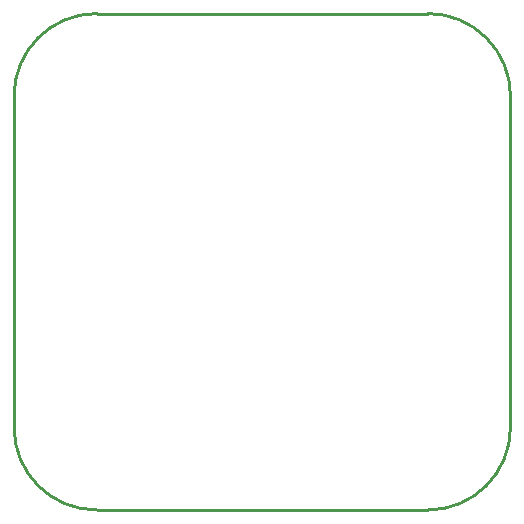
<source format=gko>
G04 Layer: BoardOutlineLayer*
G04 EasyEDA v6.5.47, 2024-10-10 17:33:07*
G04 2650b285be984398968929de45cde97e,02b1cd47abf14eeea88f237cf3128960,10*
G04 Gerber Generator version 0.2*
G04 Scale: 100 percent, Rotated: No, Reflected: No *
G04 Dimensions in millimeters *
G04 leading zeros omitted , absolute positions ,4 integer and 5 decimal *
%FSLAX45Y45*%
%MOMM*%

%ADD10C,0.2540*%
D10*
X699998Y12996273D02*
G01*
X699998Y15799968D01*
X4203692Y12296274D02*
G01*
X1399997Y12296274D01*
X4903690Y15799968D02*
G01*
X4903690Y12996273D01*
X1399997Y16499967D02*
G01*
X4203692Y16499967D01*
G75*
G01*
X4203692Y16499967D02*
G02*
X4903690Y15799968I0J-699999D01*
G75*
G01*
X4903690Y12996273D02*
G02*
X4203692Y12296275I-699998J1D01*
G75*
G01*
X1399997Y12296275D02*
G02*
X699999Y12996273I0J699999D01*
G75*
G01*
X699999Y15799968D02*
G02*
X1399997Y16499967I699998J0D01*

%LPD*%
M02*

</source>
